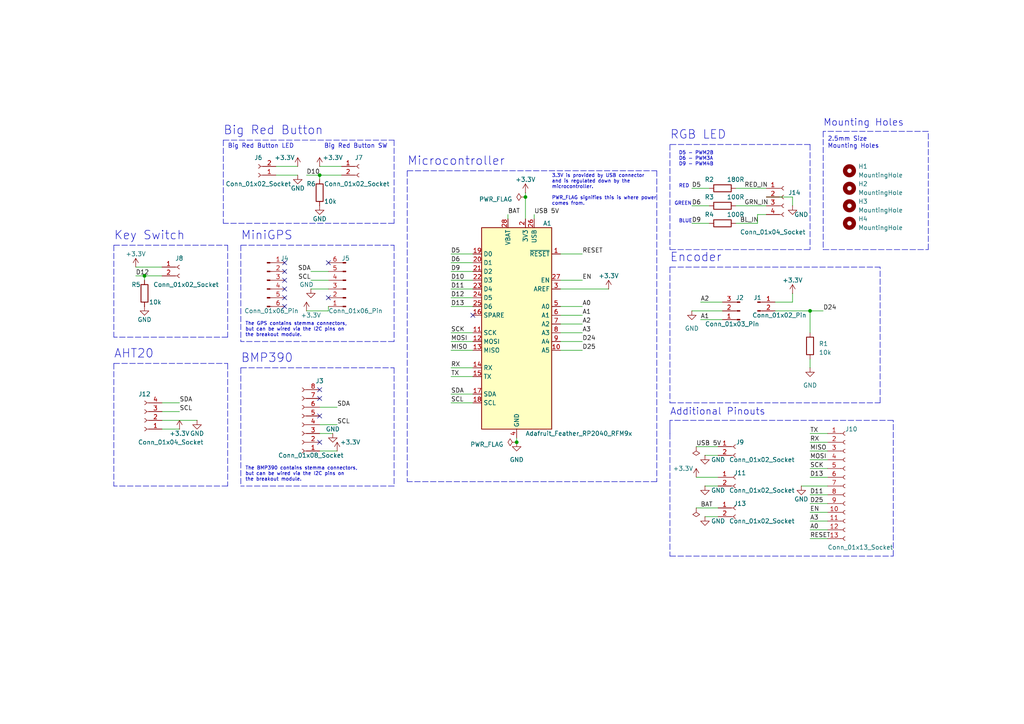
<source format=kicad_sch>
(kicad_sch (version 20250114) (generator "eeschema") (generator_version "9.0")
  (paper "A4")
  (title_block (title "ECE568 Ground Station") (date "2025-04-03") (rev "0.1"))
  (lib_symbols
    (symbol "Connector:Conn_01x02_Pin" (pin_names (offset 1.016) (hide yes))
      (property "Reference" "J" (at 0 2.54 0))
      (property "Value" "Conn_01x02_Pin" (at 0 -5.08 0))
      (symbol "Conn_01x02_Pin_1_1"
        (rectangle (start 0.8636 0.127) (end 0 -0.127) (stroke (width 0.1524)) (fill (type outline)))
        (rectangle (start 0.8636 -2.413) (end 0 -2.667) (stroke (width 0.1524)) (fill (type outline)))
        (polyline (pts (xy 1.27 0) (xy 0.8636 0)) (stroke (width 0.1524)))
        (polyline (pts (xy 1.27 -2.54) (xy 0.8636 -2.54)) (stroke (width 0.1524)))
        (pin passive line (at 5.08 0 180) (length 3.81) (name "Pin_1") (number "1"))
        (pin passive line (at 5.08 -2.54 180) (length 3.81) (name "Pin_2") (number "2"))
      )
    )
    (symbol "Connector:Conn_01x02_Socket" (pin_names (offset 1.016) (hide yes))
      (property "Reference" "J" (at 0 2.54 0))
      (property "Value" "Conn_01x02_Socket" (at 0 -5.08 0))
      (symbol "Conn_01x02_Socket_1_1"
        (polyline (pts (xy -1.27 0) (xy -0.508 0)) (stroke (width 0.1524)))
        (polyline (pts (xy -1.27 -2.54) (xy -0.508 -2.54)) (stroke (width 0.1524)))
        (arc (start 0 -0.508) (mid -0.5058 0) (end 0 0.508) (stroke (width 0.1524)))
        (arc (start 0 -3.048) (mid -0.5058 -2.54) (end 0 -2.032) (stroke (width 0.1524)))
        (pin passive line (at -5.08 0 0) (length 3.81) (name "Pin_1") (number "1"))
        (pin passive line (at -5.08 -2.54 0) (length 3.81) (name "Pin_2") (number "2"))
      )
    )
    (symbol "Connector:Conn_01x03_Pin" (pin_names (offset 1.016) (hide yes))
      (property "Reference" "J" (at 0 5.08 0))
      (property "Value" "Conn_01x03_Pin" (at 0 -5.08 0))
      (symbol "Conn_01x03_Pin_1_1"
        (rectangle (start 0.8636 2.667) (end 0 2.413) (stroke (width 0.1524)) (fill (type outline)))
        (rectangle (start 0.8636 0.127) (end 0 -0.127) (stroke (width 0.1524)) (fill (type outline)))
        (rectangle (start 0.8636 -2.413) (end 0 -2.667) (stroke (width 0.1524)) (fill (type outline)))
        (polyline (pts (xy 1.27 2.54) (xy 0.8636 2.54)) (stroke (width 0.1524)))
        (polyline (pts (xy 1.27 0) (xy 0.8636 0)) (stroke (width 0.1524)))
        (polyline (pts (xy 1.27 -2.54) (xy 0.8636 -2.54)) (stroke (width 0.1524)))
        (pin passive line (at 5.08 2.54 180) (length 3.81) (name "Pin_1") (number "1"))
        (pin passive line (at 5.08 0 180) (length 3.81) (name "Pin_2") (number "2"))
        (pin passive line (at 5.08 -2.54 180) (length 3.81) (name "Pin_3") (number "3"))
      )
    )
    (symbol "Connector:Conn_01x04_Socket" (pin_names (offset 1.016) (hide yes))
      (property "Reference" "J" (at 0 5.08 0))
      (property "Value" "Conn_01x04_Socket" (at 0 -7.62 0))
      (symbol "Conn_01x04_Socket_1_1"
        (polyline (pts (xy -1.27 2.54) (xy -0.508 2.54)) (stroke (width 0.1524)))
        (polyline (pts (xy -1.27 0) (xy -0.508 0)) (stroke (width 0.1524)))
        (polyline (pts (xy -1.27 -2.54) (xy -0.508 -2.54)) (stroke (width 0.1524)))
        (polyline (pts (xy -1.27 -5.08) (xy -0.508 -5.08)) (stroke (width 0.1524)))
        (arc (start 0 2.032) (mid -0.5058 2.54) (end 0 3.048) (stroke (width 0.1524)))
        (arc (start 0 -0.508) (mid -0.5058 0) (end 0 0.508) (stroke (width 0.1524)))
        (arc (start 0 -3.048) (mid -0.5058 -2.54) (end 0 -2.032) (stroke (width 0.1524)))
        (arc (start 0 -5.588) (mid -0.5058 -5.08) (end 0 -4.572) (stroke (width 0.1524)))
        (pin passive line (at -5.08 2.54 0) (length 3.81) (name "Pin_1") (number "1"))
        (pin passive line (at -5.08 0 0) (length 3.81) (name "Pin_2") (number "2"))
        (pin passive line (at -5.08 -2.54 0) (length 3.81) (name "Pin_3") (number "3"))
        (pin passive line (at -5.08 -5.08 0) (length 3.81) (name "Pin_4") (number "4"))
      )
    )
    (symbol "Connector:Conn_01x06_Pin" (pin_names (offset 1.016) (hide yes))
      (property "Reference" "J" (at 0 7.62 0))
      (property "Value" "Conn_01x06_Pin" (at 0 -10.16 0))
      (symbol "Conn_01x06_Pin_1_1"
        (rectangle (start 0.8636 5.207) (end 0 4.953) (stroke (width 0.1524)) (fill (type outline)))
        (rectangle (start 0.8636 2.667) (end 0 2.413) (stroke (width 0.1524)) (fill (type outline)))
        (rectangle (start 0.8636 0.127) (end 0 -0.127) (stroke (width 0.1524)) (fill (type outline)))
        (rectangle (start 0.8636 -2.413) (end 0 -2.667) (stroke (width 0.1524)) (fill (type outline)))
        (rectangle (start 0.8636 -4.953) (end 0 -5.207) (stroke (width 0.1524)) (fill (type outline)))
        (rectangle (start 0.8636 -7.493) (end 0 -7.747) (stroke (width 0.1524)) (fill (type outline)))
        (polyline (pts (xy 1.27 5.08) (xy 0.8636 5.08)) (stroke (width 0.1524)))
        (polyline (pts (xy 1.27 2.54) (xy 0.8636 2.54)) (stroke (width 0.1524)))
        (polyline (pts (xy 1.27 0) (xy 0.8636 0)) (stroke (width 0.1524)))
        (polyline (pts (xy 1.27 -2.54) (xy 0.8636 -2.54)) (stroke (width 0.1524)))
        (polyline (pts (xy 1.27 -5.08) (xy 0.8636 -5.08)) (stroke (width 0.1524)))
        (polyline (pts (xy 1.27 -7.62) (xy 0.8636 -7.62)) (stroke (width 0.1524)))
        (pin passive line (at 5.08 5.08 180) (length 3.81) (name "Pin_1") (number "1"))
        (pin passive line (at 5.08 2.54 180) (length 3.81) (name "Pin_2") (number "2"))
        (pin passive line (at 5.08 0 180) (length 3.81) (name "Pin_3") (number "3"))
        (pin passive line (at 5.08 -2.54 180) (length 3.81) (name "Pin_4") (number "4"))
        (pin passive line (at 5.08 -5.08 180) (length 3.81) (name "Pin_5") (number "5"))
        (pin passive line (at 5.08 -7.62 180) (length 3.81) (name "Pin_6") (number "6"))
      )
    )
    (symbol "Connector:Conn_01x08_Socket" (pin_names (offset 1.016) (hide yes))
      (property "Reference" "J" (at 0 10.16 0))
      (property "Value" "Conn_01x08_Socket" (at 0 -12.7 0))
      (symbol "Conn_01x08_Socket_1_1"
        (polyline (pts (xy -1.27 7.62) (xy -0.508 7.62)) (stroke (width 0.1524)))
        (polyline (pts (xy -1.27 5.08) (xy -0.508 5.08)) (stroke (width 0.1524)))
        (polyline (pts (xy -1.27 2.54) (xy -0.508 2.54)) (stroke (width 0.1524)))
        (polyline (pts (xy -1.27 0) (xy -0.508 0)) (stroke (width 0.1524)))
        (polyline (pts (xy -1.27 -2.54) (xy -0.508 -2.54)) (stroke (width 0.1524)))
        (polyline (pts (xy -1.27 -5.08) (xy -0.508 -5.08)) (stroke (width 0.1524)))
        (polyline (pts (xy -1.27 -7.62) (xy -0.508 -7.62)) (stroke (width 0.1524)))
        (polyline (pts (xy -1.27 -10.16) (xy -0.508 -10.16)) (stroke (width 0.1524)))
        (arc (start 0 7.112) (mid -0.5058 7.62) (end 0 8.128) (stroke (width 0.1524)))
        (arc (start 0 4.572) (mid -0.5058 5.08) (end 0 5.588) (stroke (width 0.1524)))
        (arc (start 0 2.032) (mid -0.5058 2.54) (end 0 3.048) (stroke (width 0.1524)))
        (arc (start 0 -0.508) (mid -0.5058 0) (end 0 0.508) (stroke (width 0.1524)))
        (arc (start 0 -3.048) (mid -0.5058 -2.54) (end 0 -2.032) (stroke (width 0.1524)))
        (arc (start 0 -5.588) (mid -0.5058 -5.08) (end 0 -4.572) (stroke (width 0.1524)))
        (arc (start 0 -8.128) (mid -0.5058 -7.62) (end 0 -7.112) (stroke (width 0.1524)))
        (arc (start 0 -10.668) (mid -0.5058 -10.16) (end 0 -9.652) (stroke (width 0.1524)))
        (pin passive line (at -5.08 7.62 0) (length 3.81) (name "Pin_1") (number "1"))
        (pin passive line (at -5.08 5.08 0) (length 3.81) (name "Pin_2") (number "2"))
        (pin passive line (at -5.08 2.54 0) (length 3.81) (name "Pin_3") (number "3"))
        (pin passive line (at -5.08 0 0) (length 3.81) (name "Pin_4") (number "4"))
        (pin passive line (at -5.08 -2.54 0) (length 3.81) (name "Pin_5") (number "5"))
        (pin passive line (at -5.08 -5.08 0) (length 3.81) (name "Pin_6") (number "6"))
        (pin passive line (at -5.08 -7.62 0) (length 3.81) (name "Pin_7") (number "7"))
        (pin passive line (at -5.08 -10.16 0) (length 3.81) (name "Pin_8") (number "8"))
      )
    )
    (symbol "Connector:Conn_01x13_Socket" (pin_names (offset 1.016) (hide yes))
      (property "Reference" "J" (at 0 17.78 0))
      (property "Value" "Conn_01x13_Socket" (at 0 -17.78 0))
      (symbol "Conn_01x13_Socket_1_1"
        (polyline (pts (xy -1.27 15.24) (xy -0.508 15.24)) (stroke (width 0.1524)))
        (polyline (pts (xy -1.27 12.7) (xy -0.508 12.7)) (stroke (width 0.1524)))
        (polyline (pts (xy -1.27 10.16) (xy -0.508 10.16)) (stroke (width 0.1524)))
        (polyline (pts (xy -1.27 7.62) (xy -0.508 7.62)) (stroke (width 0.1524)))
        (polyline (pts (xy -1.27 5.08) (xy -0.508 5.08)) (stroke (width 0.1524)))
        (polyline (pts (xy -1.27 2.54) (xy -0.508 2.54)) (stroke (width 0.1524)))
        (polyline (pts (xy -1.27 0) (xy -0.508 0)) (stroke (width 0.1524)))
        (polyline (pts (xy -1.27 -2.54) (xy -0.508 -2.54)) (stroke (width 0.1524)))
        (polyline (pts (xy -1.27 -5.08) (xy -0.508 -5.08)) (stroke (width 0.1524)))
        (polyline (pts (xy -1.27 -7.62) (xy -0.508 -7.62)) (stroke (width 0.1524)))
        (polyline (pts (xy -1.27 -10.16) (xy -0.508 -10.16)) (stroke (width 0.1524)))
        (polyline (pts (xy -1.27 -12.7) (xy -0.508 -12.7)) (stroke (width 0.1524)))
        (polyline (pts (xy -1.27 -15.24) (xy -0.508 -15.24)) (stroke (width 0.1524)))
        (arc (start 0 14.732) (mid -0.5058 15.24) (end 0 15.748) (stroke (width 0.1524)))
        (arc (start 0 12.192) (mid -0.5058 12.7) (end 0 13.208) (stroke (width 0.1524)))
        (arc (start 0 9.652) (mid -0.5058 10.16) (end 0 10.668) (stroke (width 0.1524)))
        (arc (start 0 7.112) (mid -0.5058 7.62) (end 0 8.128) (stroke (width 0.1524)))
        (arc (start 0 4.572) (mid -0.5058 5.08) (end 0 5.588) (stroke (width 0.1524)))
        (arc (start 0 2.032) (mid -0.5058 2.54) (end 0 3.048) (stroke (width 0.1524)))
        (arc (start 0 -0.508) (mid -0.5058 0) (end 0 0.508) (stroke (width 0.1524)))
        (arc (start 0 -3.048) (mid -0.5058 -2.54) (end 0 -2.032) (stroke (width 0.1524)))
        (arc (start 0 -5.588) (mid -0.5058 -5.08) (end 0 -4.572) (stroke (width 0.1524)))
        (arc (start 0 -8.128) (mid -0.5058 -7.62) (end 0 -7.112) (stroke (width 0.1524)))
        (arc (start 0 -10.668) (mid -0.5058 -10.16) (end 0 -9.652) (stroke (width 0.1524)))
        (arc (start 0 -13.208) (mid -0.5058 -12.7) (end 0 -12.192) (stroke (width 0.1524)))
        (arc (start 0 -15.748) (mid -0.5058 -15.24) (end 0 -14.732) (stroke (width 0.1524)))
        (pin passive line (at -5.08 15.24 0) (length 3.81) (name "Pin_1") (number "1"))
        (pin passive line (at -5.08 12.7 0) (length 3.81) (name "Pin_2") (number "2"))
        (pin passive line (at -5.08 10.16 0) (length 3.81) (name "Pin_3") (number "3"))
        (pin passive line (at -5.08 7.62 0) (length 3.81) (name "Pin_4") (number "4"))
        (pin passive line (at -5.08 5.08 0) (length 3.81) (name "Pin_5") (number "5"))
        (pin passive line (at -5.08 2.54 0) (length 3.81) (name "Pin_6") (number "6"))
        (pin passive line (at -5.08 0 0) (length 3.81) (name "Pin_7") (number "7"))
        (pin passive line (at -5.08 -2.54 0) (length 3.81) (name "Pin_8") (number "8"))
        (pin passive line (at -5.08 -5.08 0) (length 3.81) (name "Pin_9") (number "9"))
        (pin passive line (at -5.08 -7.62 0) (length 3.81) (name "Pin_10") (number "10"))
        (pin passive line (at -5.08 -10.16 0) (length 3.81) (name "Pin_11") (number "11"))
        (pin passive line (at -5.08 -12.7 0) (length 3.81) (name "Pin_12") (number "12"))
        (pin passive line (at -5.08 -15.24 0) (length 3.81) (name "Pin_13") (number "13"))
      )
    )
    (symbol "Device:R" (pin_numbers (hide yes)) (pin_names (offset 0))
      (property "Reference" "R" (at 2.032 0 90))
      (property "Value" "R" (at 0 0 90))
      (symbol "R_0_1"
        (rectangle (start -1.016 -2.54) (end 1.016 2.54) (stroke (width 0.254)))
      )
      (symbol "R_1_1"
        (pin passive line (at 0 3.81 270) (length 1.27) (name "~") (number "1"))
        (pin passive line (at 0 -3.81 90) (length 1.27) (name "~") (number "2"))
      )
    )
    (symbol "MCU_Module:Adafruit_Feather_Generic"
      (property "Reference" "A" (at -10.16 29.21 0))
      (property "Value" "Adafruit_Feather_Generic" (at 2.54 -31.75 0))
      (symbol "Adafruit_Feather_Generic_0_1"
        (rectangle (start -10.16 27.94) (end 10.16 -30.48) (stroke (width 0.254)) (fill (type background)))
      )
      (symbol "Adafruit_Feather_Generic_1_1"
        (pin bidirectional line (at -12.7 20.32 0) (length 2.54) (name "D0") (number "19"))
        (pin bidirectional line (at -12.7 17.78 0) (length 2.54) (name "D1") (number "20"))
        (pin bidirectional line (at -12.7 15.24 0) (length 2.54) (name "D2") (number "21"))
        (pin bidirectional line (at -12.7 12.7 0) (length 2.54) (name "D3") (number "22"))
        (pin bidirectional line (at -12.7 10.16 0) (length 2.54) (name "D4") (number "23"))
        (pin bidirectional line (at -12.7 7.62 0) (length 2.54) (name "D5") (number "24"))
        (pin bidirectional line (at -12.7 5.08 0) (length 2.54) (name "D6") (number "25"))
        (pin bidirectional line (at -12.7 2.54 0) (length 2.54) (name "SPARE") (number "16"))
        (pin bidirectional line (at -12.7 -2.54 0) (length 2.54) (name "SCK") (number "11"))
        (pin bidirectional line (at -12.7 -5.08 0) (length 2.54) (name "MOSI") (number "12"))
        (pin bidirectional line (at -12.7 -7.62 0) (length 2.54) (name "MISO") (number "13"))
        (pin bidirectional line (at -12.7 -12.7 0) (length 2.54) (name "RX") (number "14"))
        (pin bidirectional line (at -12.7 -15.24 0) (length 2.54) (name "TX") (number "15"))
        (pin bidirectional line (at -12.7 -20.32 0) (length 2.54) (name "SDA") (number "17"))
        (pin bidirectional line (at -12.7 -22.86 0) (length 2.54) (name "SCL") (number "18"))
        (pin power_in line (at -2.54 30.48 270) (length 2.54) (name "VBAT") (number "28"))
        (pin power_in line (at 0 -33.02 90) (length 2.54) (name "GND") (number "4"))
        (pin power_in line (at 2.54 30.48 270) (length 2.54) (name "3V3") (number "2"))
        (pin power_in line (at 5.08 30.48 270) (length 2.54) (name "USB") (number "26"))
        (pin input line (at 12.7 20.32 180) (length 2.54) (name "~{RESET}") (number "1"))
        (pin input line (at 12.7 12.7 180) (length 2.54) (name "EN") (number "27"))
        (pin input line (at 12.7 10.16 180) (length 2.54) (name "AREF") (number "3"))
        (pin bidirectional line (at 12.7 5.08 180) (length 2.54) (name "A0") (number "5"))
        (pin bidirectional line (at 12.7 2.54 180) (length 2.54) (name "A1") (number "6"))
        (pin bidirectional line (at 12.7 0 180) (length 2.54) (name "A2") (number "7"))
        (pin bidirectional line (at 12.7 -2.54 180) (length 2.54) (name "A3") (number "8"))
        (pin bidirectional line (at 12.7 -5.08 180) (length 2.54) (name "A4") (number "9"))
        (pin bidirectional line (at 12.7 -7.62 180) (length 2.54) (name "A5") (number "10"))
      )
    )
    (symbol "Mechanical:MountingHole" (pin_names (offset 1.016)) (in_bom no)
      (property "Reference" "H" (at 0 5.08 0))
      (property "Value" "MountingHole" (at 0 3.175 0))
      (symbol "MountingHole_0_1"
        (circle (center 0 0) (radius 1.27) (stroke (width 1.27)))
      )
    )
    (symbol "power:+3.3V" (power) (pin_numbers (hide yes)) (pin_names (offset 0) (hide yes))
      (property "Value" "+3.3V" (at 0 3.556 0))
      (symbol "+3.3V_0_1"
        (polyline (pts (xy -0.762 1.27) (xy 0 2.54)))
        (polyline (pts (xy 0 2.54) (xy 0.762 1.27)))
        (polyline (pts (xy 0 0) (xy 0 2.54)))
      )
      (symbol "+3.3V_1_1"
        (pin power_in line (at 0 0 90) (length 0) (name "~") (number "1"))
      )
    )
    (symbol "power:GND" (power) (pin_numbers (hide yes)) (pin_names (offset 0) (hide yes))
      (property "Value" "GND" (at 0 -3.81 0))
      (symbol "GND_0_1"
        (polyline (pts (xy 0 0) (xy 0 -1.27) (xy 1.27 -1.27) (xy 0 -2.54) (xy -1.27 -1.27) (xy 0 -1.27)))
      )
      (symbol "GND_1_1"
        (pin power_in line (at 0 0 270) (length 0) (name "~") (number "1"))
      )
    )
    (symbol "power:PWR_FLAG" (power) (pin_numbers (hide yes)) (pin_names (offset 0) (hide yes))
      (property "Value" "PWR_FLAG" (at 0 3.81 0))
      (symbol "PWR_FLAG_0_0"
        (pin power_out line (at 0 0 90) (length 0) (name "~") (number "1"))
      )
      (symbol "PWR_FLAG_0_1"
        (polyline (pts (xy 0 0) (xy 0 1.27) (xy -1.016 1.905) (xy 0 2.54) (xy 1.016 1.905) (xy 0 1.27)))
      )
    )
  )
  (text "The GPS contains stemma connectors, \nbut can be wired via the I2C pins on \nthe breakout module." (at 71.12 97.79 0) (effects (font (size 1 1)) (justify left bottom)))
  (text "Additional Pinouts" (at 194.31 120.65 0) (effects (font (size 2 2)) (justify left bottom)))
  (text "Big Red Button LED" (at 66.04 43.18 0) (effects (font (size 1.27 1.27)) (justify left bottom)))
  (text "RGB LED" (at 194.31 40.64 0) (effects (font (size 2.5 2.5)) (justify left bottom)))
  (text "2.5mm Size\nMounting Holes" (at 240.03 43.18 0) (effects (font (size 1.27 1.27)) (justify left bottom)))
  (text "Encoder" (at 194.31 76.2 0) (effects (font (size 2.5 2.5)) (justify left bottom)))
  (text "Microcontroller" (at 118.11 48.26 0) (effects (font (size 2.5 2.5)) (justify left bottom)))
  (text "3.3V is provided by USB connector \nand is regulated down by the \nmicrocontroller.\n\nPWR_FLAG signifies this is where power\ncomes from." (at 160.02 59.69 0) (effects (font (size 1 1)) (justify left bottom)))
  (text "The BMP390 contains stemma connectors, \nbut can be wired via the I2C pins on \nthe breakout module." (at 71.12 139.7 0) (effects (font (size 1 1)) (justify left bottom)))
  (text "Mounting Holes" (at 238.76 36.83 0) (effects (font (size 2 2)) (justify left bottom)))
  (text "Big Red Button" (at 64.77 39.37 0) (effects (font (size 2.5 2.5)) (justify left bottom)))
  (text "AHT20" (at 33.02 104.14 0) (effects (font (size 2.5 2.5)) (justify left bottom)))
  (text "Key Switch" (at 33.02 69.85 0) (effects (font (size 2.5 2.5)) (justify left bottom)))
  (text "BMP390" (at 69.85 105.41 0) (effects (font (size 2.5 2.5)) (justify left bottom)))
  (text "RED" (at 196.85 54.61 0) (effects (font (size 1 1)) (justify left bottom)))
  (text "GREEN" (at 195.58 59.69 0) (effects (font (size 1 1)) (justify left bottom)))
  (text "BLUE" (at 196.85 64.77 0) (effects (font (size 1 1)) (justify left bottom)))
  (text "Big Red Button SW" (at 93.98 43.18 0) (effects (font (size 1.27 1.27)) (justify left bottom)))
  (text "MiniGPS" (at 69.85 69.85 0) (effects (font (size 2.5 2.5)) (justify left bottom)))
  (text "D5 - PWM2B\nD6 - PWM3A\nD9 - PWM4B" (at 196.85 48.26 0) (effects (font (size 1 1)) (justify left bottom)))
  (junction (at 92.71 50.8))
  (junction (at 152.4 57.15))
  (junction (at 149.86 128.27))
  (junction (at 234.95 90.17))
  (junction (at 41.91 80.01))
  (no_connect (at 137.16 91.44))
  (no_connect (at 92.71 128.27))
  (no_connect (at 82.55 83.82))
  (no_connect (at 82.55 86.36))
  (no_connect (at 92.71 120.65))
  (no_connect (at 95.25 76.2))
  (no_connect (at 82.55 81.28))
  (no_connect (at 92.71 115.57))
  (no_connect (at 82.55 78.74))
  (no_connect (at 82.55 76.2))
  (no_connect (at 95.25 86.36))
  (no_connect (at 92.71 113.03))
  (no_connect (at 82.55 88.9))
  (polyline (pts (xy 190.5 49.53) (xy 190.5 139.7)) (stroke (width 0) (type dash)))
  (wire (pts (xy 130.81 86.36) (xy 137.16 86.36)))
  (polyline (pts (xy 194.31 121.92) (xy 194.31 125.73)))
  (wire (pts (xy 41.91 80.01) (xy 46.99 80.01)))
  (wire (pts (xy 88.9 50.8) (xy 92.71 50.8)))
  (wire (pts (xy 95.25 90.17) (xy 88.9 90.17)))
  (polyline (pts (xy 114.3 40.64) (xy 114.3 64.77)) (stroke (width 0) (type dash)))
  (wire (pts (xy 152.4 57.15) (xy 152.4 63.5)))
  (wire (pts (xy 232.41 140.97) (xy 240.03 140.97)))
  (polyline (pts (xy 238.76 38.1) (xy 238.76 72.39)) (stroke (width 0) (type dash)))
  (wire (pts (xy 204.47 132.08) (xy 208.28 132.08)))
  (wire (pts (xy 162.56 99.06) (xy 168.91 99.06)))
  (wire (pts (xy 213.36 54.61) (xy 222.25 54.61)))
  (polyline (pts (xy 259.08 161.29) (xy 259.08 121.92)) (stroke (width 0) (type dash)))
  (polyline (pts (xy 234.95 41.91) (xy 194.31 41.91)) (stroke (width 0) (type dash)))
  (wire (pts (xy 224.79 90.17) (xy 234.95 90.17)))
  (wire (pts (xy 213.36 64.77) (xy 219.71 64.77)))
  (wire (pts (xy 200.66 59.69) (xy 205.74 59.69)))
  (wire (pts (xy 200.66 54.61) (xy 205.74 54.61)))
  (polyline (pts (xy 69.85 106.68) (xy 114.3 106.68)) (stroke (width 0) (type dash)))
  (wire (pts (xy 201.93 147.32) (xy 208.28 147.32)))
  (wire (pts (xy 130.81 99.06) (xy 137.16 99.06)))
  (wire (pts (xy 162.56 93.98) (xy 168.91 93.98)))
  (wire (pts (xy 162.56 73.66) (xy 168.91 73.66)))
  (polyline (pts (xy 118.11 49.53) (xy 118.11 139.7)) (stroke (width 0) (type dash)))
  (polyline (pts (xy 66.04 140.97) (xy 33.02 140.97)) (stroke (width 0) (type dash)))
  (polyline (pts (xy 190.5 139.7) (xy 118.11 139.7)) (stroke (width 0) (type dash)))
  (wire (pts (xy 46.99 116.84) (xy 52.07 116.84)))
  (wire (pts (xy 149.86 128.27) (xy 149.86 127)))
  (polyline (pts (xy 194.31 161.29) (xy 259.08 161.29)) (stroke (width 0) (type dash)))
  (polyline (pts (xy 33.02 71.12) (xy 33.02 97.79)) (stroke (width 0) (type dash)))
  (wire (pts (xy 234.95 153.67) (xy 240.03 153.67)))
  (wire (pts (xy 46.99 119.38) (xy 52.07 119.38)))
  (wire (pts (xy 92.71 130.81) (xy 97.79 130.81)))
  (polyline (pts (xy 234.95 41.91) (xy 234.95 72.39)) (stroke (width 0) (type dash)))
  (wire (pts (xy 39.37 80.01) (xy 41.91 80.01)))
  (wire (pts (xy 154.94 62.23) (xy 154.94 63.5)))
  (polyline (pts (xy 118.11 49.53) (xy 190.5 49.53)) (stroke (width 0) (type dash)))
  (wire (pts (xy 130.81 78.74) (xy 137.16 78.74)))
  (polyline (pts (xy 194.31 41.91) (xy 194.31 72.39)) (stroke (width 0) (type dash)))
  (polyline (pts (xy 238.76 72.39) (xy 269.24 72.39)) (stroke (width 0) (type dash)))
  (wire (pts (xy 234.95 125.73) (xy 240.03 125.73)))
  (wire (pts (xy 234.95 90.17) (xy 238.76 90.17)))
  (polyline (pts (xy 66.04 105.41) (xy 66.04 140.97)) (stroke (width 0) (type dash)))
  (polyline (pts (xy 69.85 71.12) (xy 114.3 71.12)) (stroke (width 0) (type dash)))
  (polyline (pts (xy 114.3 106.68) (xy 114.3 140.97)) (stroke (width 0) (type dash)))
  (polyline (pts (xy 66.04 97.79) (xy 33.02 97.79)) (stroke (width 0) (type dash)))
  (wire (pts (xy 213.36 59.69) (xy 222.25 59.69)))
  (wire (pts (xy 201.93 138.43) (xy 208.28 138.43)))
  (wire (pts (xy 224.79 87.63) (xy 229.87 87.63)))
  (wire (pts (xy 229.87 57.15) (xy 229.87 59.69)))
  (wire (pts (xy 162.56 81.28) (xy 168.91 81.28)))
  (wire (pts (xy 234.95 128.27) (xy 240.03 128.27)))
  (wire (pts (xy 204.47 149.86) (xy 208.28 149.86)))
  (polyline (pts (xy 194.31 77.47) (xy 255.27 77.47)) (stroke (width 0) (type dash)))
  (wire (pts (xy 203.2 92.71) (xy 209.55 92.71)))
  (polyline (pts (xy 33.02 105.41) (xy 66.04 105.41)) (stroke (width 0) (type dash)))
  (wire (pts (xy 162.56 96.52) (xy 168.91 96.52)))
  (wire (pts (xy 130.81 81.28) (xy 137.16 81.28)))
  (wire (pts (xy 234.95 151.13) (xy 240.03 151.13)))
  (wire (pts (xy 41.91 80.01) (xy 41.91 81.28)))
  (wire (pts (xy 234.95 90.17) (xy 234.95 96.52)))
  (wire (pts (xy 130.81 101.6) (xy 137.16 101.6)))
  (polyline (pts (xy 114.3 140.97) (xy 69.85 140.97)) (stroke (width 0) (type dash)))
  (polyline (pts (xy 64.77 40.64) (xy 64.77 64.77)) (stroke (width 0) (type dash)))
  (wire (pts (xy 219.71 64.77) (xy 219.71 62.23)))
  (wire (pts (xy 80.01 50.8) (xy 86.36 50.8)))
  (wire (pts (xy 39.37 77.47) (xy 46.99 77.47)))
  (polyline (pts (xy 33.02 105.41) (xy 33.02 140.97)) (stroke (width 0) (type dash)))
  (wire (pts (xy 130.81 88.9) (xy 137.16 88.9)))
  (polyline (pts (xy 66.04 71.12) (xy 66.04 97.79)) (stroke (width 0) (type dash)))
  (wire (pts (xy 234.95 133.35) (xy 240.03 133.35)))
  (wire (pts (xy 130.81 106.68) (xy 137.16 106.68)))
  (wire (pts (xy 200.66 64.77) (xy 205.74 64.77)))
  (wire (pts (xy 219.71 62.23) (xy 222.25 62.23)))
  (wire (pts (xy 92.71 50.8) (xy 92.71 52.07)))
  (polyline (pts (xy 194.31 125.73) (xy 194.31 161.29)) (stroke (width 0) (type dash)))
  (wire (pts (xy 234.95 138.43) (xy 240.03 138.43)))
  (wire (pts (xy 92.71 118.11) (xy 97.79 118.11)))
  (wire (pts (xy 92.71 50.8) (xy 99.06 50.8)))
  (wire (pts (xy 234.95 156.21) (xy 240.03 156.21)))
  (wire (pts (xy 130.81 76.2) (xy 137.16 76.2)))
  (polyline (pts (xy 238.76 72.39) (xy 238.76 72.39)))
  (wire (pts (xy 130.81 114.3) (xy 137.16 114.3)))
  (wire (pts (xy 162.56 83.82) (xy 176.53 83.82)))
  (wire (pts (xy 234.95 143.51) (xy 240.03 143.51)))
  (polyline (pts (xy 114.3 71.12) (xy 114.3 99.06)) (stroke (width 0) (type dash)))
  (wire (pts (xy 203.2 87.63) (xy 209.55 87.63)))
  (wire (pts (xy 234.95 130.81) (xy 240.03 130.81)))
  (wire (pts (xy 95.25 90.17) (xy 95.25 88.9)))
  (wire (pts (xy 152.4 55.88) (xy 152.4 57.15)))
  (polyline (pts (xy 114.3 99.06) (xy 69.85 99.06)) (stroke (width 0) (type dash)))
  (wire (pts (xy 92.71 123.19) (xy 97.79 123.19)))
  (polyline (pts (xy 114.3 64.77) (xy 64.77 64.77)) (stroke (width 0) (type dash)))
  (wire (pts (xy 229.87 85.09) (xy 229.87 87.63)))
  (polyline (pts (xy 69.85 106.68) (xy 69.85 140.97)) (stroke (width 0) (type dash)))
  (wire (pts (xy 234.95 148.59) (xy 240.03 148.59)))
  (polyline (pts (xy 194.31 72.39) (xy 234.95 72.39)) (stroke (width 0) (type dash)))
  (wire (pts (xy 80.01 48.26) (xy 86.36 48.26)))
  (wire (pts (xy 95.25 81.28) (xy 90.17 81.28)))
  (wire (pts (xy 204.47 140.97) (xy 208.28 140.97)))
  (wire (pts (xy 162.56 101.6) (xy 168.91 101.6)))
  (wire (pts (xy 147.32 62.23) (xy 147.32 63.5)))
  (polyline (pts (xy 194.31 116.84) (xy 255.27 116.84)) (stroke (width 0) (type dash)))
  (wire (pts (xy 201.93 129.54) (xy 208.28 129.54)))
  (polyline (pts (xy 269.24 72.39) (xy 269.24 38.1)) (stroke (width 0) (type dash)))
  (wire (pts (xy 95.25 78.74) (xy 90.17 78.74)))
  (wire (pts (xy 200.66 90.17) (xy 209.55 90.17)))
  (wire (pts (xy 92.71 48.26) (xy 99.06 48.26)))
  (wire (pts (xy 130.81 73.66) (xy 137.16 73.66)))
  (wire (pts (xy 95.25 83.82) (xy 90.17 83.82)))
  (wire (pts (xy 130.81 116.84) (xy 137.16 116.84)))
  (wire (pts (xy 92.71 125.73) (xy 96.52 125.73)))
  (polyline (pts (xy 259.08 121.92) (xy 194.31 121.92)) (stroke (width 0) (type dash)))
  (polyline (pts (xy 269.24 38.1) (xy 238.76 38.1)) (stroke (width 0) (type dash)))
  (wire (pts (xy 46.99 124.46) (xy 52.07 124.46)))
  (polyline (pts (xy 255.27 116.84) (xy 255.27 77.47)) (stroke (width 0) (type dash)))
  (polyline (pts (xy 69.85 71.12) (xy 69.85 99.06)) (stroke (width 0) (type dash)))
  (polyline (pts (xy 194.31 77.47) (xy 194.31 116.84)) (stroke (width 0) (type dash)))
  (wire (pts (xy 162.56 91.44) (xy 168.91 91.44)))
  (wire (pts (xy 234.95 146.05) (xy 240.03 146.05)))
  (wire (pts (xy 130.81 96.52) (xy 137.16 96.52)))
  (wire (pts (xy 222.25 57.15) (xy 229.87 57.15)))
  (wire (pts (xy 130.81 83.82) (xy 137.16 83.82)))
  (wire (pts (xy 234.95 135.89) (xy 240.03 135.89)))
  (wire (pts (xy 162.56 88.9) (xy 168.91 88.9)))
  (wire (pts (xy 130.81 109.22) (xy 137.16 109.22)))
  (wire (pts (xy 234.95 106.68) (xy 234.95 104.14)))
  (polyline (pts (xy 64.77 40.64) (xy 114.3 40.64)) (stroke (width 0) (type dash)))
  (wire (pts (xy 46.99 121.92) (xy 57.15 121.92)))
  (polyline (pts (xy 33.02 71.12) (xy 66.04 71.12)) (stroke (width 0) (type dash)))
  (label "TX" (at 234.95 125.73 0))
  (label "A2" (at 168.91 93.98 0))
  (label "EN" (at 234.95 148.59 0))
  (label "A0" (at 168.91 88.9 0))
  (label "SDA" (at 90.17 78.74 180))
  (label "D24" (at 238.76 90.17 0))
  (label "D5" (at 200.66 54.61 0))
  (label "D10" (at 88.9 50.8 0))
  (label "MOSI" (at 234.95 133.35 0))
  (label "D13" (at 234.95 138.43 0))
  (label "D25" (at 168.91 101.6 0))
  (label "SDA" (at 97.79 118.11 0))
  (label "D24" (at 168.91 99.06 0))
  (label "SCK" (at 130.81 96.52 0))
  (label "D10" (at 130.81 81.28 0))
  (label "USB 5V" (at 154.94 62.23 0))
  (label "D25" (at 234.95 146.05 0))
  (label "D11" (at 130.81 83.82 0))
  (label "A3" (at 168.91 96.52 0))
  (label "RESET" (at 234.95 156.21 0))
  (label "SCL" (at 90.17 81.28 180))
  (label "D13" (at 130.81 88.9 0))
  (label "A0" (at 234.95 153.67 0))
  (label "RESET" (at 168.91 73.66 0))
  (label "SCL" (at 52.07 119.38 0))
  (label "BAT" (at 147.32 62.23 0))
  (label "BL_IN" (at 214.63 64.77 0))
  (label "D6" (at 200.66 59.69 0))
  (label "EN" (at 168.91 81.28 0))
  (label "A1" (at 168.91 91.44 0))
  (label "RX" (at 234.95 128.27 0))
  (label "D9" (at 130.81 78.74 0))
  (label "SDA" (at 52.07 116.84 0))
  (label "SCL" (at 97.79 123.19 0))
  (label "TX" (at 130.81 109.22 0))
  (label "D9" (at 200.66 64.77 0))
  (label "SCK" (at 234.95 135.89 0))
  (label "BAT" (at 203.2 147.32 0))
  (label "RX" (at 130.81 106.68 0))
  (label "D12" (at 39.37 80.01 0))
  (label "MISO" (at 234.95 130.81 0))
  (label "D6" (at 130.81 76.2 0))
  (label "D11" (at 234.95 143.51 0))
  (label "A1" (at 203.2 92.71 0))
  (label "SCL" (at 130.81 116.84 0))
  (label "RED_IN" (at 215.9 54.61 0))
  (label "D12" (at 130.81 86.36 0))
  (label "A3" (at 234.95 151.13 0))
  (label "MOSI" (at 130.81 99.06 0))
  (label "GRN_IN" (at 215.9 59.69 0))
  (label "A2" (at 203.2 87.63 0))
  (label "USB 5V" (at 201.93 129.54 0))
  (label "SDA" (at 130.81 114.3 0))
  (label "D5" (at 130.81 73.66 0))
  (label "MISO" (at 130.81 101.6 0))
  (symbol (lib_id "Connector:Conn_01x02_Socket") (at 104.14 48.26 0) (unit 1)
    (property "Reference" "J7" (at 102.87 45.72 0) (effects (justify left)))
    (property "Value" "Conn_01x02_Socket" (at 93.98 53.34 0) (effects (justify left)))
    (property "Footprint" "Connector_PinSocket_2.54mm:PinSocket_1x02_P2.54mm_Vertical" (effects (hide yes)))
  )
  (symbol (lib_id "power:GND") (at 204.47 149.86 0) (unit 1)
    (property "Reference" "#PWR021" (effects (hide yes)))
    (property "Value" "GND" (at 208.28 151.13 0))
  )
  (symbol (lib_id "power:+3.3V") (at 229.87 85.09 0) (unit 1)
    (property "Reference" "#PWR06" (effects (hide yes)))
    (property "Value" "+3.3V" (at 229.87 81.28 0))
  )
  (symbol (lib_id "power:GND") (at 204.47 140.97 0) (unit 1)
    (property "Reference" "#PWR018" (effects (hide yes)))
    (property "Value" "GND" (at 208.28 142.24 0))
  )
  (symbol (lib_id "Connector:Conn_01x02_Socket") (at 74.93 50.8 180) (unit 1)
    (property "Reference" "J6" (at 74.93 45.72 0))
    (property "Value" "Conn_01x02_Socket" (at 74.93 53.34 0))
    (property "Footprint" "Connector_PinSocket_2.54mm:PinSocket_1x02_P2.54mm_Vertical" (effects (hide yes)))
  )
  (symbol (lib_id "Mechanical:MountingHole") (at 246.38 64.77 0) (unit 1)
    (property "Reference" "H4" (at 248.92 63.4999 0) (effects (justify left)))
    (property "Value" "MountingHole" (at 248.92 66.0399 0) (effects (justify left)))
    (property "Footprint" "MountingHole:MountingHole_2.5mm" (effects (hide yes)))
  )
  (symbol (lib_id "power:PWR_FLAG") (at 201.93 147.32 180) (unit 1)
    (property "Reference" "#FLG04" (effects (hide yes)))
    (property "Value" "PWR_FLAG" (effects (hide yes)))
  )
  (symbol (lib_id "power:+3.3V") (at 97.79 130.81 0) (unit 1)
    (property "Reference" "#PWR09" (effects (hide yes)))
    (property "Value" "+3.3V" (at 101.6 128.27 0))
  )
  (symbol (lib_id "power:GND") (at 200.66 90.17 0) (unit 1)
    (property "Reference" "#PWR05" (effects (hide yes)))
    (property "Value" "GND" (at 200.66 95.25 0))
  )
  (symbol (lib_id "power:PWR_FLAG") (at 152.4 57.15 90) (unit 1)
    (property "Reference" "#FLG01" (effects (hide yes)))
    (property "Value" "PWR_FLAG" (at 148.59 57.785 90) (effects (justify left)))
  )
  (symbol (lib_id "power:PWR_FLAG") (at 149.86 128.27 90) (unit 1)
    (property "Reference" "#FLG05" (effects (hide yes)))
    (property "Value" "PWR_FLAG" (at 146.05 128.905 90) (effects (justify left)))
  )
  (symbol (lib_id "power:GND") (at 92.71 59.69 0) (unit 1)
    (property "Reference" "#PWR016" (effects (hide yes)))
    (property "Value" "GND" (at 92.71 63.5 0))
  )
  (symbol (lib_id "power:+3.3V") (at 52.07 124.46 0) (unit 1)
    (property "Reference" "#PWR020" (effects (hide yes)))
    (property "Value" "+3.3V" (at 52.07 125.73 0))
  )
  (symbol (lib_id "Mechanical:MountingHole") (at 246.38 54.61 0) (unit 1)
    (property "Reference" "H2" (at 248.92 53.3399 0) (effects (justify left)))
    (property "Value" "MountingHole" (at 248.92 55.8799 0) (effects (justify left)))
    (property "Footprint" "MountingHole:MountingHole_2.5mm" (effects (hide yes)))
  )
  (symbol (lib_id "power:+3.3V") (at 176.53 83.82 0) (unit 1)
    (property "Reference" "#PWR04" (effects (hide yes)))
    (property "Value" "+3.3V" (at 176.53 80.01 0))
  )
  (symbol (lib_id "Device:R") (at 209.55 54.61 90) (unit 1)
    (property "Reference" "R2" (at 205.74 52.07 90))
    (property "Value" "180R" (at 213.36 52.07 90))
    (property "Footprint" "Resistor_THT:R_Axial_DIN0309_L9.0mm_D3.2mm_P2.54mm_Vertical" (effects (hide yes)))
  )
  (symbol (lib_id "power:GND") (at 41.91 88.9 0) (unit 1)
    (property "Reference" "#PWR013" (effects (hide yes)))
    (property "Value" "GND" (at 41.91 92.71 0))
  )
  (symbol (lib_id "power:GND") (at 90.17 83.82 0) (mirror y) (unit 1)
    (property "Reference" "#PWR011" (effects (hide yes)))
    (property "Value" "GND" (at 88.9 82.55 0))
  )
  (symbol (lib_id "power:+3.3V") (at 201.93 138.43 0) (unit 1)
    (property "Reference" "#PWR02" (effects (hide yes)))
    (property "Value" "+3.3V" (at 198.12 135.89 0))
  )
  (symbol (lib_id "power:GND") (at 149.86 128.27 0) (unit 1)
    (property "Reference" "#PWR03" (effects (hide yes)))
    (property "Value" "GND" (at 149.86 133.35 0))
  )
  (symbol (lib_id "Connector:Conn_01x04_Socket") (at 41.91 121.92 180) (unit 1)
    (property "Reference" "J12" (at 41.91 114.3 0))
    (property "Value" "Conn_01x04_Socket" (at 49.53 128.27 0))
    (property "Footprint" "Connector_PinSocket_2.54mm:PinSocket_1x04_P2.54mm_Vertical" (effects (hide yes)))
  )
  (symbol (lib_id "Device:R") (at 234.95 100.33 180) (unit 1)
    (property "Reference" "R1" (at 237.49 99.695 0) (effects (justify right)))
    (property "Value" "10k" (at 237.49 102.235 0) (effects (justify right)))
    (property "Footprint" "Resistor_THT:R_Axial_DIN0309_L9.0mm_D3.2mm_P2.54mm_Vertical" (effects (hide yes)))
  )
  (symbol (lib_id "Connector:Conn_01x06_Pin") (at 77.47 81.28 0) (unit 1)
    (property "Reference" "J4" (at 82.55 74.93 0))
    (property "Value" "Conn_01x06_Pin" (at 78.74 90.17 0))
    (property "Footprint" "Connector_PinHeader_2.54mm:PinHeader_1x06_P2.54mm_Vertical" (effects (hide yes)))
  )
  (symbol (lib_id "power:+3.3V") (at 92.71 48.26 0) (unit 1)
    (property "Reference" "#PWR015" (effects (hide yes)))
    (property "Value" "+3.3V" (at 96.52 45.72 0))
  )
  (symbol (lib_id "Connector:Conn_01x08_Socket") (at 87.63 123.19 180) (unit 1)
    (property "Reference" "J3" (at 92.71 110.49 0))
    (property "Value" "Conn_01x08_Socket" (at 90.17 132.08 0))
    (property "Footprint" "Connector_PinSocket_2.54mm:PinSocket_1x08_P2.54mm_Vertical" (effects (hide yes)))
  )
  (symbol (lib_id "Device:R") (at 209.55 64.77 90) (unit 1)
    (property "Reference" "R4" (at 205.74 62.23 90))
    (property "Value" "100R" (at 213.36 62.23 90))
    (property "Footprint" "Resistor_THT:R_Axial_DIN0309_L9.0mm_D3.2mm_P2.54mm_Vertical" (effects (hide yes)))
  )
  (symbol (lib_id "power:GND") (at 57.15 121.92 0) (unit 1)
    (property "Reference" "#PWR019" (effects (hide yes)))
    (property "Value" "GND" (at 57.15 125.73 0))
  )
  (symbol (lib_id "power:+3.3V") (at 88.9 90.17 0) (mirror y) (unit 1)
    (property "Reference" "#PWR010" (effects (hide yes)))
    (property "Value" "+3.3V" (at 90.17 91.44 0))
  )
  (symbol (lib_id "Connector:Conn_01x03_Pin") (at 214.63 90.17 180) (unit 1)
    (property "Reference" "J2" (at 213.36 86.36 0) (effects (justify right)))
    (property "Value" "Conn_01x03_Pin" (at 204.47 93.98 0) (effects (justify right)))
    (property "Footprint" "Connector_PinHeader_2.54mm:PinHeader_1x03_P2.54mm_Vertical" (effects (hide yes)))
  )
  (symbol (lib_id "power:GND") (at 204.47 132.08 0) (unit 1)
    (property "Reference" "#PWR017" (effects (hide yes)))
    (property "Value" "GND" (at 208.28 133.35 0))
  )
  (symbol (lib_id "power:GND") (at 232.41 140.97 0) (unit 1)
    (property "Reference" "#PWR024" (effects (hide yes)))
    (property "Value" "GND" (at 232.41 144.78 0))
  )
  (symbol (lib_id "power:GND") (at 229.87 59.69 0) (unit 1)
    (property "Reference" "#PWR022" (effects (hide yes)))
    (property "Value" "GND" (at 232.41 62.23 0))
  )
  (symbol (lib_id "power:+3.3V") (at 152.4 55.88 0) (unit 1)
    (property "Reference" "#PWR01" (effects (hide yes)))
    (property "Value" "+3.3V" (at 152.4 52.07 0))
  )
  (symbol (lib_id "Connector:Conn_01x13_Socket") (at 245.11 140.97 0) (unit 1)
    (property "Reference" "J10" (at 245.11 124.46 0) (effects (justify left)))
    (property "Value" "Conn_01x13_Socket" (at 240.03 158.75 0) (effects (justify left)))
    (property "Footprint" "Connector_PinSocket_2.54mm:PinSocket_1x13_P2.54mm_Vertical" (effects (hide yes)))
  )
  (symbol (lib_id "Connector:Conn_01x02_Pin") (at 219.71 87.63 0) (unit 1)
    (property "Reference" "J1" (at 219.71 86.36 0))
    (property "Value" "Conn_01x02_Pin" (at 226.06 91.44 0))
    (property "Footprint" "Connector_PinHeader_2.54mm:PinHeader_1x02_P2.54mm_Vertical" (effects (hide yes)))
  )
  (symbol (lib_id "Connector:Conn_01x06_Pin") (at 100.33 83.82 180) (unit 1)
    (property "Reference" "J5" (at 99.06 74.93 0) (effects (justify right)))
    (property "Value" "Conn_01x06_Pin" (at 95.25 90.17 0) (effects (justify right)))
    (property "Footprint" "Connector_PinHeader_2.54mm:PinHeader_1x06_P2.54mm_Vertical" (effects (hide yes)))
  )
  (symbol (lib_id "MCU_Module:Adafruit_Feather_Generic") (at 149.86 93.98 0) (unit 1)
    (property "Reference" "A1" (at 157.48 64.77 0) (effects (justify left)))
    (property "Value" "Adafruit_Feather_RP2040_RFM9x" (at 152.4 125.73 0) (effects (justify left)))
    (property "Footprint" "Module:Adafruit_Feather" (effects (hide yes)))
    (property "Datasheet" "https://cdn-learn.adafruit.com/downloads/pdf/adafruit-feather.pdf" (effects (hide yes)))
  )
  (symbol (lib_id "Device:R") (at 41.91 85.09 180) (unit 1)
    (property "Reference" "R5" (at 38.1 82.55 0) (effects (justify right)))
    (property "Value" "10k" (at 43.18 87.63 0) (effects (justify right)))
    (property "Footprint" "Resistor_THT:R_Axial_DIN0309_L9.0mm_D3.2mm_P2.54mm_Vertical" (effects (hide yes)))
  )
  (symbol (lib_id "power:GND") (at 96.52 125.73 0) (unit 1)
    (property "Reference" "#PWR08" (effects (hide yes)))
    (property "Value" "GND" (at 96.52 124.46 0))
  )
  (symbol (lib_id "Connector:Conn_01x04_Socket") (at 227.33 57.15 0) (unit 1)
    (property "Reference" "J14" (at 228.6 55.88 0) (effects (justify left)))
    (property "Value" "Conn_01x04_Socket" (at 214.63 67.31 0) (effects (justify left)))
    (property "Footprint" "Connector_PinSocket_2.54mm:PinSocket_1x04_P2.54mm_Vertical" (effects (hide yes)))
  )
  (symbol (lib_id "Mechanical:MountingHole") (at 246.38 49.53 0) (unit 1)
    (property "Reference" "H1" (at 248.92 48.2599 0) (effects (justify left)))
    (property "Value" "MountingHole" (at 248.92 50.7999 0) (effects (justify left)))
    (property "Footprint" "MountingHole:MountingHole_2.5mm" (effects (hide yes)))
  )
  (symbol (lib_id "Device:R") (at 92.71 55.88 180) (unit 1)
    (property "Reference" "R6" (at 88.9 53.34 0) (effects (justify right)))
    (property "Value" "10k" (at 93.98 58.42 0) (effects (justify right)))
    (property "Footprint" "Resistor_THT:R_Axial_DIN0309_L9.0mm_D3.2mm_P2.54mm_Vertical" (effects (hide yes)))
  )
  (symbol (lib_id "Mechanical:MountingHole") (at 246.38 59.69 0) (unit 1)
    (property "Reference" "H3" (at 248.92 58.4199 0) (effects (justify left)))
    (property "Value" "MountingHole" (at 248.92 60.9599 0) (effects (justify left)))
    (property "Footprint" "MountingHole:MountingHole_2.5mm" (effects (hide yes)))
  )
  (symbol (lib_id "power:+3.3V") (at 86.36 48.26 0) (unit 1)
    (property "Reference" "#PWR023" (effects (hide yes)))
    (property "Value" "+3.3V" (at 82.55 45.72 0))
  )
  (symbol (lib_id "Connector:Conn_01x02_Socket") (at 213.36 129.54 0) (unit 1)
    (property "Reference" "J9" (at 214.63 128.27 0))
    (property "Value" "Conn_01x02_Socket" (at 220.98 133.35 0))
    (property "Footprint" "Connector_PinSocket_2.54mm:PinSocket_1x02_P2.54mm_Vertical" (effects (hide yes)))
  )
  (symbol (lib_id "Device:R") (at 209.55 59.69 90) (unit 1)
    (property "Reference" "R3" (at 205.74 57.15 90))
    (property "Value" "100R" (at 213.36 57.15 90))
    (property "Footprint" "Resistor_THT:R_Axial_DIN0309_L9.0mm_D3.2mm_P2.54mm_Vertical" (effects (hide yes)))
  )
  (symbol (lib_id "Connector:Conn_01x02_Socket") (at 213.36 147.32 0) (unit 1)
    (property "Reference" "J13" (at 214.63 146.05 0))
    (property "Value" "Conn_01x02_Socket" (at 220.98 151.13 0))
    (property "Footprint" "Connector_PinSocket_2.54mm:PinSocket_1x02_P2.54mm_Vertical" (effects (hide yes)))
  )
  (symbol (lib_id "Connector:Conn_01x02_Socket") (at 213.36 138.43 0) (unit 1)
    (property "Reference" "J11" (at 214.63 137.16 0))
    (property "Value" "Conn_01x02_Socket" (at 220.98 142.24 0))
    (property "Footprint" "Connector_PinSocket_2.54mm:PinSocket_1x02_P2.54mm_Vertical" (effects (hide yes)))
  )
  (symbol (lib_id "power:PWR_FLAG") (at 201.93 129.54 180) (unit 1)
    (property "Reference" "#FLG02" (effects (hide yes)))
    (property "Value" "PWR_FLAG" (effects (hide yes)))
  )
  (symbol (lib_id "power:GND") (at 234.95 106.68 0) (unit 1)
    (property "Reference" "#PWR07" (effects (hide yes)))
    (property "Value" "GND" (at 234.95 111.76 0))
  )
  (symbol (lib_id "power:+3.3V") (at 39.37 77.47 0) (unit 1)
    (property "Reference" "#PWR012" (effects (hide yes)))
    (property "Value" "+3.3V" (at 39.37 73.66 0))
  )
  (symbol (lib_id "power:GND") (at 86.36 50.8 0) (unit 1)
    (property "Reference" "#PWR014" (effects (hide yes)))
    (property "Value" "GND" (at 86.36 54.61 0))
  )
  (symbol (lib_id "Connector:Conn_01x02_Socket") (at 52.07 77.47 0) (unit 1)
    (property "Reference" "J8" (at 50.8 74.93 0) (effects (justify left)))
    (property "Value" "Conn_01x02_Socket" (at 44.45 82.55 0) (effects (justify left)))
    (property "Footprint" "Connector_PinSocket_2.54mm:PinSocket_1x02_P2.54mm_Vertical" (effects (hide yes)))
  )
)
</source>
